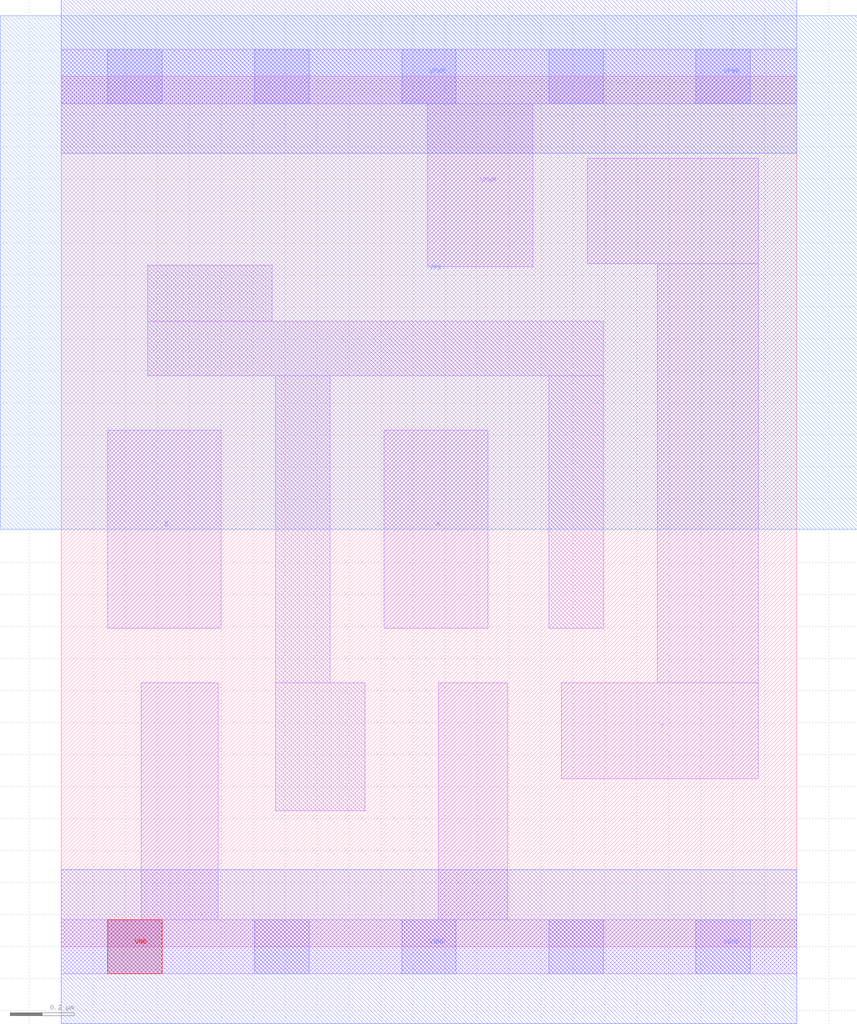
<source format=lef>
VERSION 5.7 ;
  NOWIREEXTENSIONATPIN ON ;
  DIVIDERCHAR "/" ;
  BUSBITCHARS "[]" ;
MACRO sky130_or2_1x
  CLASS CORE ;
  FOREIGN sky130_or2_1x ;
  ORIGIN 0.000 0.000 ;
  SIZE 2.300 BY 2.720 ;
  SYMMETRY X Y R90 ;
  SITE unithd ;
  PIN A
    DIRECTION INPUT ;
    USE SIGNAL ;
    ANTENNAGATEAREA 0.126000 ;
    PORT
      LAYER li1 ;
        RECT 1.010 0.995 1.335 1.615 ;
    END
  END A
  PIN B
    DIRECTION INPUT ;
    USE SIGNAL ;
    ANTENNAGATEAREA 0.126000 ;
    PORT
      LAYER li1 ;
        RECT 0.145 0.995 0.500 1.615 ;
    END
  END B
  PIN VGND
    DIRECTION INOUT ;
    USE GROUND ;
    SHAPE ABUTMENT ;
    PORT
      LAYER li1 ;
        RECT 0.250 0.085 0.490 0.825 ;
        RECT 1.180 0.085 1.395 0.825 ;
        RECT 0.000 -0.085 2.300 0.085 ;
      LAYER mcon ;
        RECT 0.145 -0.085 0.315 0.085 ;
        RECT 0.605 -0.085 0.775 0.085 ;
        RECT 1.065 -0.085 1.235 0.085 ;
        RECT 1.525 -0.085 1.695 0.085 ;
        RECT 1.985 -0.085 2.155 0.085 ;
      LAYER met1 ;
        RECT 0.000 -0.240 2.300 0.240 ;
    END
  END VGND
  PIN VNB
    DIRECTION INOUT ;
    USE GROUND ;
    PORT
      LAYER pwell ;
        RECT 0.145 -0.085 0.315 0.085 ;
    END
  END VNB
  PIN VPB
    DIRECTION INOUT ;
    USE POWER ;
    PORT
      LAYER nwell ;
        RECT -0.190 1.305 2.490 2.910 ;
    END
  END VPB
  PIN VPWR
    DIRECTION INOUT ;
    USE POWER ;
    SHAPE ABUTMENT ;
    PORT
      LAYER li1 ;
        RECT 0.000 2.635 2.300 2.805 ;
        RECT 1.145 2.125 1.475 2.635 ;
      LAYER mcon ;
        RECT 0.145 2.635 0.315 2.805 ;
        RECT 0.605 2.635 0.775 2.805 ;
        RECT 1.065 2.635 1.235 2.805 ;
        RECT 1.525 2.635 1.695 2.805 ;
        RECT 1.985 2.635 2.155 2.805 ;
      LAYER met1 ;
        RECT 0.000 2.480 2.300 2.960 ;
    END
  END VPWR
  PIN Y
    DIRECTION OUTPUT ;
    USE SIGNAL ;
    ANTENNADIFFAREA 0.326800 ;
    PORT
      LAYER li1 ;
        RECT 1.645 2.135 2.180 2.465 ;
        RECT 1.865 0.825 2.180 2.135 ;
        RECT 1.565 0.525 2.180 0.825 ;
    END
  END Y
  OBS
      LAYER li1 ;
        RECT 0.270 1.955 0.660 2.130 ;
        RECT 0.270 1.785 1.695 1.955 ;
        RECT 0.670 0.825 0.840 1.785 ;
        RECT 1.525 0.995 1.695 1.785 ;
        RECT 0.670 0.425 0.950 0.825 ;
  END
END sky130_or2_1x
END LIBRARY


</source>
